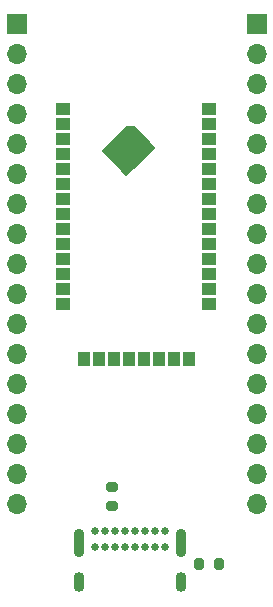
<source format=gbr>
%TF.GenerationSoftware,KiCad,Pcbnew,(6.0.9)*%
%TF.CreationDate,2023-03-09T23:12:33-05:00*%
%TF.ProjectId,tinypico-nano-carrier,74696e79-7069-4636-9f2d-6e616e6f2d63,rev?*%
%TF.SameCoordinates,Original*%
%TF.FileFunction,Soldermask,Top*%
%TF.FilePolarity,Negative*%
%FSLAX46Y46*%
G04 Gerber Fmt 4.6, Leading zero omitted, Abs format (unit mm)*
G04 Created by KiCad (PCBNEW (6.0.9)) date 2023-03-09 23:12:33*
%MOMM*%
%LPD*%
G01*
G04 APERTURE LIST*
G04 Aperture macros list*
%AMRoundRect*
0 Rectangle with rounded corners*
0 $1 Rounding radius*
0 $2 $3 $4 $5 $6 $7 $8 $9 X,Y pos of 4 corners*
0 Add a 4 corners polygon primitive as box body*
4,1,4,$2,$3,$4,$5,$6,$7,$8,$9,$2,$3,0*
0 Add four circle primitives for the rounded corners*
1,1,$1+$1,$2,$3*
1,1,$1+$1,$4,$5*
1,1,$1+$1,$6,$7*
1,1,$1+$1,$8,$9*
0 Add four rect primitives between the rounded corners*
20,1,$1+$1,$2,$3,$4,$5,0*
20,1,$1+$1,$4,$5,$6,$7,0*
20,1,$1+$1,$6,$7,$8,$9,0*
20,1,$1+$1,$8,$9,$2,$3,0*%
%AMFreePoly0*
4,1,14,-0.028365,2.164235,2.091636,0.044235,2.091650,0.044200,2.091650,-0.625800,2.091635,-0.625836,0.291635,-2.415835,0.291600,-2.415849,0.291564,-2.415835,-2.158435,0.044165,-2.158449,0.044200,-2.158435,0.044235,-0.028435,2.164235,-0.028400,2.164249,-0.028365,2.164235,-0.028365,2.164235,$1*%
G04 Aperture macros list end*
%ADD10C,0.650000*%
%ADD11O,0.900000X1.700000*%
%ADD12O,0.900000X2.400000*%
%ADD13R,1.700000X1.700000*%
%ADD14O,1.700000X1.700000*%
%ADD15FreePoly0,90.000000*%
%ADD16R,1.200000X1.000000*%
%ADD17R,1.000000X1.200000*%
%ADD18RoundRect,0.200000X-0.275000X0.200000X-0.275000X-0.200000X0.275000X-0.200000X0.275000X0.200000X0*%
%ADD19RoundRect,0.200000X0.200000X0.275000X-0.200000X0.275000X-0.200000X-0.275000X0.200000X-0.275000X0*%
G04 APERTURE END LIST*
D10*
%TO.C,J3*%
X109425000Y-95640000D03*
X110275000Y-95640000D03*
X111125000Y-95640000D03*
X111975000Y-95640000D03*
X112825000Y-95640000D03*
X113675000Y-95640000D03*
X114525000Y-95640000D03*
X115375000Y-95640000D03*
X115375000Y-96990000D03*
X114525000Y-96990000D03*
X113675000Y-96990000D03*
X112825000Y-96990000D03*
X111975000Y-96990000D03*
X111125000Y-96990000D03*
X110275000Y-96990000D03*
X109425000Y-96990000D03*
D11*
X108075000Y-100000000D03*
X116725000Y-100000000D03*
D12*
X108075000Y-96620000D03*
X116725000Y-96620000D03*
%TD*%
D13*
%TO.C,J2*%
X102800000Y-52700000D03*
D14*
X102800000Y-55240000D03*
X102800000Y-57780000D03*
X102800000Y-60320000D03*
X102800000Y-62860000D03*
X102800000Y-65400000D03*
X102800000Y-67940000D03*
X102800000Y-70480000D03*
X102800000Y-73020000D03*
X102800000Y-75560000D03*
X102800000Y-78100000D03*
X102800000Y-80640000D03*
X102800000Y-83180000D03*
X102800000Y-85720000D03*
X102800000Y-88260000D03*
X102800000Y-90800000D03*
X102800000Y-93340000D03*
%TD*%
D13*
%TO.C,J1*%
X123120000Y-52700000D03*
D14*
X123120000Y-55240000D03*
X123120000Y-57780000D03*
X123120000Y-60320000D03*
X123120000Y-62860000D03*
X123120000Y-65400000D03*
X123120000Y-67940000D03*
X123120000Y-70480000D03*
X123120000Y-73020000D03*
X123120000Y-75560000D03*
X123120000Y-78100000D03*
X123120000Y-80640000D03*
X123120000Y-83180000D03*
X123120000Y-85720000D03*
X123120000Y-88260000D03*
X123120000Y-90800000D03*
X123120000Y-93340000D03*
%TD*%
D15*
%TO.C,U1*%
X112164200Y-63506850D03*
D16*
X119100000Y-76410050D03*
X119100000Y-75140050D03*
X119100000Y-73870050D03*
X119100000Y-72600050D03*
X119100000Y-71330050D03*
X119100000Y-70060050D03*
X119100000Y-68790050D03*
X119100000Y-67520050D03*
X119100000Y-66250050D03*
X119100000Y-64980050D03*
X119100000Y-63710050D03*
X119100000Y-62440050D03*
X119100000Y-61170050D03*
X119100000Y-59900050D03*
X106760000Y-76421350D03*
X106760000Y-75151350D03*
X106760000Y-73881350D03*
X106760000Y-72611350D03*
X106760000Y-71341350D03*
X106760000Y-70071350D03*
X106760000Y-68801350D03*
X106760000Y-67531350D03*
X106760000Y-66261350D03*
X106760000Y-64991350D03*
X106760000Y-63721350D03*
X106760000Y-62451350D03*
X106760000Y-61181350D03*
X106760000Y-59911350D03*
D17*
X108475000Y-81085250D03*
X109745000Y-81085250D03*
X111015000Y-81085250D03*
X112285000Y-81085250D03*
X113555000Y-81085250D03*
X114825000Y-81085250D03*
X116095000Y-81085250D03*
X117365000Y-81085250D03*
%TD*%
D18*
%TO.C,R2*%
X110900000Y-91875000D03*
X110900000Y-93525000D03*
%TD*%
D19*
%TO.C,R1*%
X119925000Y-98400000D03*
X118275000Y-98400000D03*
%TD*%
M02*

</source>
